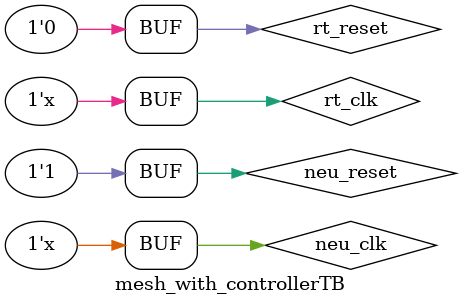
<source format=v>
`timescale 1ns/100ps
`define tpd_clk 10

module mesh_with_controllerTB();

reg neu_clk, neu_reset, rt_clk, rt_reset;

mesh_with_controller dut (.neu_clk(neu_clk), .neu_reset(neu_reset), .rt_clk(rt_clk), .rt_reset(rt_reset));

always
	begin
		#5 rt_clk <= ~rt_clk  ;
	end

always
	begin
		#(`tpd_clk) neu_clk <= ~neu_clk  ;
	end

initial
    begin
        neu_clk  = 1'b0;
		neu_reset = 1'b0;	
		#(`tpd_clk*2);
		neu_reset = 1'b1;
        #2000 neu_reset = 1'b1;
    end

initial
    begin
        rt_clk = 1'b0;
        rt_reset = 1'b1;
    #6  rt_reset = 1'b0;

    #2000 rt_reset = 1'b0;
    end

endmodule
</source>
